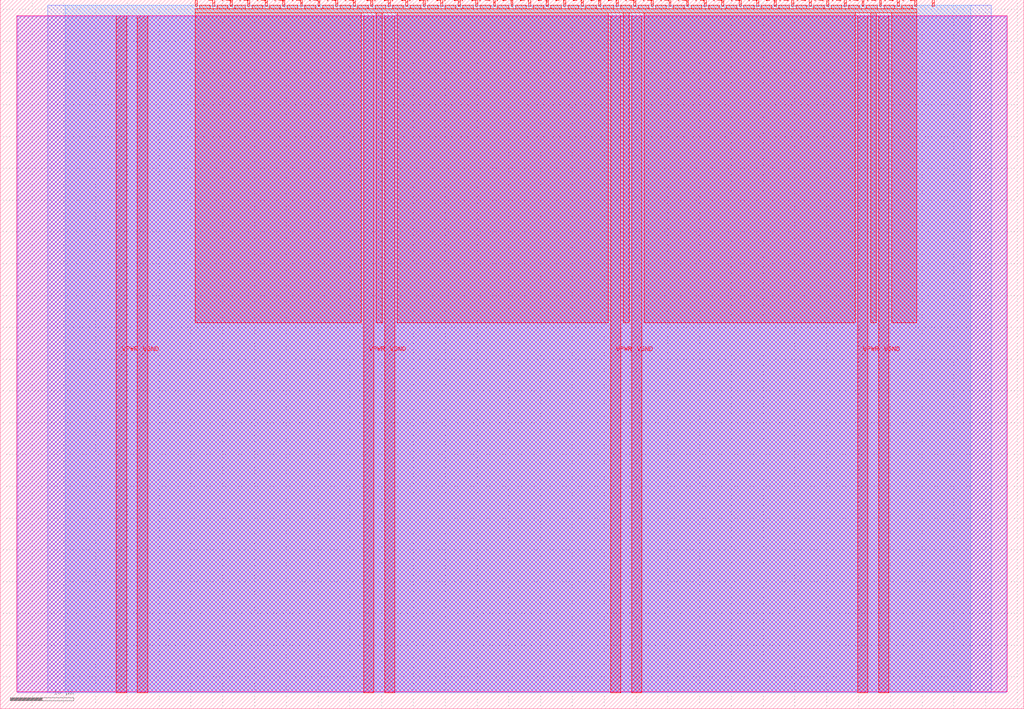
<source format=lef>
VERSION 5.7 ;
  NOWIREEXTENSIONATPIN ON ;
  DIVIDERCHAR "/" ;
  BUSBITCHARS "[]" ;
MACRO tt_um_Sai222777
  CLASS BLOCK ;
  FOREIGN tt_um_Sai222777 ;
  ORIGIN 0.000 0.000 ;
  SIZE 161.000 BY 111.520 ;
  PIN VGND
    DIRECTION INOUT ;
    USE GROUND ;
    PORT
      LAYER met4 ;
        RECT 21.580 2.480 23.180 109.040 ;
    END
    PORT
      LAYER met4 ;
        RECT 60.450 2.480 62.050 109.040 ;
    END
    PORT
      LAYER met4 ;
        RECT 99.320 2.480 100.920 109.040 ;
    END
    PORT
      LAYER met4 ;
        RECT 138.190 2.480 139.790 109.040 ;
    END
  END VGND
  PIN VPWR
    DIRECTION INOUT ;
    USE POWER ;
    PORT
      LAYER met4 ;
        RECT 18.280 2.480 19.880 109.040 ;
    END
    PORT
      LAYER met4 ;
        RECT 57.150 2.480 58.750 109.040 ;
    END
    PORT
      LAYER met4 ;
        RECT 96.020 2.480 97.620 109.040 ;
    END
    PORT
      LAYER met4 ;
        RECT 134.890 2.480 136.490 109.040 ;
    END
  END VPWR
  PIN clk
    DIRECTION INPUT ;
    USE SIGNAL ;
    ANTENNAGATEAREA 0.852000 ;
    PORT
      LAYER met4 ;
        RECT 143.830 110.520 144.130 111.520 ;
    END
  END clk
  PIN ena
    DIRECTION INPUT ;
    USE SIGNAL ;
    PORT
      LAYER met4 ;
        RECT 146.590 110.520 146.890 111.520 ;
    END
  END ena
  PIN rst_n
    DIRECTION INPUT ;
    USE SIGNAL ;
    ANTENNAGATEAREA 0.196500 ;
    PORT
      LAYER met4 ;
        RECT 141.070 110.520 141.370 111.520 ;
    END
  END rst_n
  PIN ui_in[0]
    DIRECTION INPUT ;
    USE SIGNAL ;
    ANTENNAGATEAREA 0.196500 ;
    PORT
      LAYER met4 ;
        RECT 138.310 110.520 138.610 111.520 ;
    END
  END ui_in[0]
  PIN ui_in[1]
    DIRECTION INPUT ;
    USE SIGNAL ;
    ANTENNAGATEAREA 0.196500 ;
    PORT
      LAYER met4 ;
        RECT 135.550 110.520 135.850 111.520 ;
    END
  END ui_in[1]
  PIN ui_in[2]
    DIRECTION INPUT ;
    USE SIGNAL ;
    ANTENNAGATEAREA 0.196500 ;
    PORT
      LAYER met4 ;
        RECT 132.790 110.520 133.090 111.520 ;
    END
  END ui_in[2]
  PIN ui_in[3]
    DIRECTION INPUT ;
    USE SIGNAL ;
    ANTENNAGATEAREA 0.196500 ;
    PORT
      LAYER met4 ;
        RECT 130.030 110.520 130.330 111.520 ;
    END
  END ui_in[3]
  PIN ui_in[4]
    DIRECTION INPUT ;
    USE SIGNAL ;
    ANTENNAGATEAREA 0.196500 ;
    PORT
      LAYER met4 ;
        RECT 127.270 110.520 127.570 111.520 ;
    END
  END ui_in[4]
  PIN ui_in[5]
    DIRECTION INPUT ;
    USE SIGNAL ;
    ANTENNAGATEAREA 0.196500 ;
    PORT
      LAYER met4 ;
        RECT 124.510 110.520 124.810 111.520 ;
    END
  END ui_in[5]
  PIN ui_in[6]
    DIRECTION INPUT ;
    USE SIGNAL ;
    ANTENNAGATEAREA 0.196500 ;
    PORT
      LAYER met4 ;
        RECT 121.750 110.520 122.050 111.520 ;
    END
  END ui_in[6]
  PIN ui_in[7]
    DIRECTION INPUT ;
    USE SIGNAL ;
    ANTENNAGATEAREA 0.196500 ;
    PORT
      LAYER met4 ;
        RECT 118.990 110.520 119.290 111.520 ;
    END
  END ui_in[7]
  PIN uio_in[0]
    DIRECTION INPUT ;
    USE SIGNAL ;
    PORT
      LAYER met4 ;
        RECT 116.230 110.520 116.530 111.520 ;
    END
  END uio_in[0]
  PIN uio_in[1]
    DIRECTION INPUT ;
    USE SIGNAL ;
    PORT
      LAYER met4 ;
        RECT 113.470 110.520 113.770 111.520 ;
    END
  END uio_in[1]
  PIN uio_in[2]
    DIRECTION INPUT ;
    USE SIGNAL ;
    PORT
      LAYER met4 ;
        RECT 110.710 110.520 111.010 111.520 ;
    END
  END uio_in[2]
  PIN uio_in[3]
    DIRECTION INPUT ;
    USE SIGNAL ;
    PORT
      LAYER met4 ;
        RECT 107.950 110.520 108.250 111.520 ;
    END
  END uio_in[3]
  PIN uio_in[4]
    DIRECTION INPUT ;
    USE SIGNAL ;
    PORT
      LAYER met4 ;
        RECT 105.190 110.520 105.490 111.520 ;
    END
  END uio_in[4]
  PIN uio_in[5]
    DIRECTION INPUT ;
    USE SIGNAL ;
    PORT
      LAYER met4 ;
        RECT 102.430 110.520 102.730 111.520 ;
    END
  END uio_in[5]
  PIN uio_in[6]
    DIRECTION INPUT ;
    USE SIGNAL ;
    PORT
      LAYER met4 ;
        RECT 99.670 110.520 99.970 111.520 ;
    END
  END uio_in[6]
  PIN uio_in[7]
    DIRECTION INPUT ;
    USE SIGNAL ;
    PORT
      LAYER met4 ;
        RECT 96.910 110.520 97.210 111.520 ;
    END
  END uio_in[7]
  PIN uio_oe[0]
    DIRECTION OUTPUT ;
    USE SIGNAL ;
    PORT
      LAYER met4 ;
        RECT 49.990 110.520 50.290 111.520 ;
    END
  END uio_oe[0]
  PIN uio_oe[1]
    DIRECTION OUTPUT ;
    USE SIGNAL ;
    PORT
      LAYER met4 ;
        RECT 47.230 110.520 47.530 111.520 ;
    END
  END uio_oe[1]
  PIN uio_oe[2]
    DIRECTION OUTPUT ;
    USE SIGNAL ;
    PORT
      LAYER met4 ;
        RECT 44.470 110.520 44.770 111.520 ;
    END
  END uio_oe[2]
  PIN uio_oe[3]
    DIRECTION OUTPUT ;
    USE SIGNAL ;
    PORT
      LAYER met4 ;
        RECT 41.710 110.520 42.010 111.520 ;
    END
  END uio_oe[3]
  PIN uio_oe[4]
    DIRECTION OUTPUT ;
    USE SIGNAL ;
    PORT
      LAYER met4 ;
        RECT 38.950 110.520 39.250 111.520 ;
    END
  END uio_oe[4]
  PIN uio_oe[5]
    DIRECTION OUTPUT ;
    USE SIGNAL ;
    PORT
      LAYER met4 ;
        RECT 36.190 110.520 36.490 111.520 ;
    END
  END uio_oe[5]
  PIN uio_oe[6]
    DIRECTION OUTPUT ;
    USE SIGNAL ;
    PORT
      LAYER met4 ;
        RECT 33.430 110.520 33.730 111.520 ;
    END
  END uio_oe[6]
  PIN uio_oe[7]
    DIRECTION OUTPUT ;
    USE SIGNAL ;
    PORT
      LAYER met4 ;
        RECT 30.670 110.520 30.970 111.520 ;
    END
  END uio_oe[7]
  PIN uio_out[0]
    DIRECTION OUTPUT ;
    USE SIGNAL ;
    PORT
      LAYER met4 ;
        RECT 72.070 110.520 72.370 111.520 ;
    END
  END uio_out[0]
  PIN uio_out[1]
    DIRECTION OUTPUT ;
    USE SIGNAL ;
    PORT
      LAYER met4 ;
        RECT 69.310 110.520 69.610 111.520 ;
    END
  END uio_out[1]
  PIN uio_out[2]
    DIRECTION OUTPUT ;
    USE SIGNAL ;
    PORT
      LAYER met4 ;
        RECT 66.550 110.520 66.850 111.520 ;
    END
  END uio_out[2]
  PIN uio_out[3]
    DIRECTION OUTPUT ;
    USE SIGNAL ;
    PORT
      LAYER met4 ;
        RECT 63.790 110.520 64.090 111.520 ;
    END
  END uio_out[3]
  PIN uio_out[4]
    DIRECTION OUTPUT ;
    USE SIGNAL ;
    PORT
      LAYER met4 ;
        RECT 61.030 110.520 61.330 111.520 ;
    END
  END uio_out[4]
  PIN uio_out[5]
    DIRECTION OUTPUT ;
    USE SIGNAL ;
    PORT
      LAYER met4 ;
        RECT 58.270 110.520 58.570 111.520 ;
    END
  END uio_out[5]
  PIN uio_out[6]
    DIRECTION OUTPUT ;
    USE SIGNAL ;
    PORT
      LAYER met4 ;
        RECT 55.510 110.520 55.810 111.520 ;
    END
  END uio_out[6]
  PIN uio_out[7]
    DIRECTION OUTPUT ;
    USE SIGNAL ;
    PORT
      LAYER met4 ;
        RECT 52.750 110.520 53.050 111.520 ;
    END
  END uio_out[7]
  PIN uo_out[0]
    DIRECTION OUTPUT ;
    USE SIGNAL ;
    ANTENNADIFFAREA 0.445500 ;
    PORT
      LAYER met4 ;
        RECT 94.150 110.520 94.450 111.520 ;
    END
  END uo_out[0]
  PIN uo_out[1]
    DIRECTION OUTPUT ;
    USE SIGNAL ;
    ANTENNADIFFAREA 0.445500 ;
    PORT
      LAYER met4 ;
        RECT 91.390 110.520 91.690 111.520 ;
    END
  END uo_out[1]
  PIN uo_out[2]
    DIRECTION OUTPUT ;
    USE SIGNAL ;
    ANTENNADIFFAREA 0.445500 ;
    PORT
      LAYER met4 ;
        RECT 88.630 110.520 88.930 111.520 ;
    END
  END uo_out[2]
  PIN uo_out[3]
    DIRECTION OUTPUT ;
    USE SIGNAL ;
    ANTENNADIFFAREA 0.445500 ;
    PORT
      LAYER met4 ;
        RECT 85.870 110.520 86.170 111.520 ;
    END
  END uo_out[3]
  PIN uo_out[4]
    DIRECTION OUTPUT ;
    USE SIGNAL ;
    ANTENNADIFFAREA 0.445500 ;
    PORT
      LAYER met4 ;
        RECT 83.110 110.520 83.410 111.520 ;
    END
  END uo_out[4]
  PIN uo_out[5]
    DIRECTION OUTPUT ;
    USE SIGNAL ;
    ANTENNADIFFAREA 0.445500 ;
    PORT
      LAYER met4 ;
        RECT 80.350 110.520 80.650 111.520 ;
    END
  END uo_out[5]
  PIN uo_out[6]
    DIRECTION OUTPUT ;
    USE SIGNAL ;
    ANTENNADIFFAREA 0.445500 ;
    PORT
      LAYER met4 ;
        RECT 77.590 110.520 77.890 111.520 ;
    END
  END uo_out[6]
  PIN uo_out[7]
    DIRECTION OUTPUT ;
    USE SIGNAL ;
    ANTENNADIFFAREA 0.445500 ;
    PORT
      LAYER met4 ;
        RECT 74.830 110.520 75.130 111.520 ;
    END
  END uo_out[7]
  OBS
      LAYER nwell ;
        RECT 2.570 2.635 158.430 108.990 ;
      LAYER li1 ;
        RECT 2.760 2.635 158.240 108.885 ;
      LAYER met1 ;
        RECT 2.760 2.480 158.240 109.040 ;
      LAYER met2 ;
        RECT 7.460 2.535 155.840 110.685 ;
      LAYER met3 ;
        RECT 10.185 2.555 152.655 110.665 ;
      LAYER met4 ;
        RECT 31.370 110.120 33.030 110.665 ;
        RECT 34.130 110.120 35.790 110.665 ;
        RECT 36.890 110.120 38.550 110.665 ;
        RECT 39.650 110.120 41.310 110.665 ;
        RECT 42.410 110.120 44.070 110.665 ;
        RECT 45.170 110.120 46.830 110.665 ;
        RECT 47.930 110.120 49.590 110.665 ;
        RECT 50.690 110.120 52.350 110.665 ;
        RECT 53.450 110.120 55.110 110.665 ;
        RECT 56.210 110.120 57.870 110.665 ;
        RECT 58.970 110.120 60.630 110.665 ;
        RECT 61.730 110.120 63.390 110.665 ;
        RECT 64.490 110.120 66.150 110.665 ;
        RECT 67.250 110.120 68.910 110.665 ;
        RECT 70.010 110.120 71.670 110.665 ;
        RECT 72.770 110.120 74.430 110.665 ;
        RECT 75.530 110.120 77.190 110.665 ;
        RECT 78.290 110.120 79.950 110.665 ;
        RECT 81.050 110.120 82.710 110.665 ;
        RECT 83.810 110.120 85.470 110.665 ;
        RECT 86.570 110.120 88.230 110.665 ;
        RECT 89.330 110.120 90.990 110.665 ;
        RECT 92.090 110.120 93.750 110.665 ;
        RECT 94.850 110.120 96.510 110.665 ;
        RECT 97.610 110.120 99.270 110.665 ;
        RECT 100.370 110.120 102.030 110.665 ;
        RECT 103.130 110.120 104.790 110.665 ;
        RECT 105.890 110.120 107.550 110.665 ;
        RECT 108.650 110.120 110.310 110.665 ;
        RECT 111.410 110.120 113.070 110.665 ;
        RECT 114.170 110.120 115.830 110.665 ;
        RECT 116.930 110.120 118.590 110.665 ;
        RECT 119.690 110.120 121.350 110.665 ;
        RECT 122.450 110.120 124.110 110.665 ;
        RECT 125.210 110.120 126.870 110.665 ;
        RECT 127.970 110.120 129.630 110.665 ;
        RECT 130.730 110.120 132.390 110.665 ;
        RECT 133.490 110.120 135.150 110.665 ;
        RECT 136.250 110.120 137.910 110.665 ;
        RECT 139.010 110.120 140.670 110.665 ;
        RECT 141.770 110.120 143.430 110.665 ;
        RECT 30.655 109.440 144.145 110.120 ;
        RECT 30.655 60.695 56.750 109.440 ;
        RECT 59.150 60.695 60.050 109.440 ;
        RECT 62.450 60.695 95.620 109.440 ;
        RECT 98.020 60.695 98.920 109.440 ;
        RECT 101.320 60.695 134.490 109.440 ;
        RECT 136.890 60.695 137.790 109.440 ;
        RECT 140.190 60.695 144.145 109.440 ;
  END
END tt_um_Sai222777
END LIBRARY


</source>
